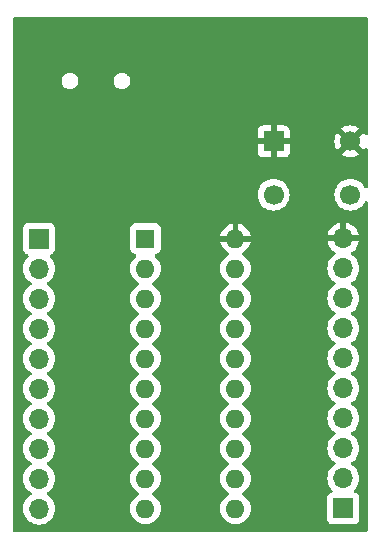
<source format=gbr>
%TF.GenerationSoftware,KiCad,Pcbnew,7.0.6-1.fc38*%
%TF.CreationDate,2023-08-09T19:30:43+03:00*%
%TF.ProjectId,msp430-breakout,6d737034-3330-42d6-9272-65616b6f7574,v.1.0*%
%TF.SameCoordinates,Original*%
%TF.FileFunction,Copper,L2,Bot*%
%TF.FilePolarity,Positive*%
%FSLAX46Y46*%
G04 Gerber Fmt 4.6, Leading zero omitted, Abs format (unit mm)*
G04 Created by KiCad (PCBNEW 7.0.6-1.fc38) date 2023-08-09 19:30:43*
%MOMM*%
%LPD*%
G01*
G04 APERTURE LIST*
%TA.AperFunction,ComponentPad*%
%ADD10O,1.700000X1.700000*%
%TD*%
%TA.AperFunction,ComponentPad*%
%ADD11R,1.700000X1.700000*%
%TD*%
%TA.AperFunction,ComponentPad*%
%ADD12O,1.600000X1.600000*%
%TD*%
%TA.AperFunction,ComponentPad*%
%ADD13R,1.600000X1.600000*%
%TD*%
%TA.AperFunction,ComponentPad*%
%ADD14C,1.700000*%
%TD*%
%TA.AperFunction,ViaPad*%
%ADD15C,0.700000*%
%TD*%
G04 APERTURE END LIST*
D10*
%TO.P,J2,10,Pin_10*%
%TO.N,GND*%
X98750000Y-52160000D03*
%TO.P,J2,9,Pin_9*%
%TO.N,/XIN*%
X98750000Y-54700000D03*
%TO.P,J2,8,Pin_8*%
%TO.N,/XOUT*%
X98750000Y-57240000D03*
%TO.P,J2,7,Pin_7*%
%TO.N,/TEST*%
X98750000Y-59780000D03*
%TO.P,J2,6,Pin_6*%
%TO.N,/RST*%
X98750000Y-62320000D03*
%TO.P,J2,5,Pin_5*%
%TO.N,/P1.7*%
X98750000Y-64860000D03*
%TO.P,J2,4,Pin_4*%
%TO.N,/P1.6*%
X98750000Y-67400000D03*
%TO.P,J2,3,Pin_3*%
%TO.N,/P2.5*%
X98750000Y-69940000D03*
%TO.P,J2,2,Pin_2*%
%TO.N,/P2.4*%
X98750000Y-72480000D03*
D11*
%TO.P,J2,1,Pin_1*%
%TO.N,/P2.3*%
X98750000Y-75020000D03*
%TD*%
D12*
%TO.P,U1,20,DVSS*%
%TO.N,GND*%
X89620000Y-52175000D03*
%TO.P,U1,19,P2.6/XIN/TA0.1*%
%TO.N,/XIN*%
X89620000Y-54715000D03*
%TO.P,U1,18,P2.7/XOUT*%
%TO.N,/XOUT*%
X89620000Y-57255000D03*
%TO.P,U1,17,TEST/SBWTCK*%
%TO.N,/TEST*%
X89620000Y-59795000D03*
%TO.P,U1,16,~{RST}/NMI/SBWTDIO*%
%TO.N,/RST*%
X89620000Y-62335000D03*
%TO.P,U1,15,TDO/TDI/UCB0SIMO/UCB0SDA/CAOUT/CA7/A7/P1.7*%
%TO.N,/P1.7*%
X89620000Y-64875000D03*
%TO.P,U1,14,TDI/TCLK/UCB0SOMI/UCB0SCL/TA0.1/CA6/A6/P1.6*%
%TO.N,/P1.6*%
X89620000Y-67415000D03*
%TO.P,U1,13,P2.5/TA1.2*%
%TO.N,/P2.5*%
X89620000Y-69955000D03*
%TO.P,U1,12,P2.4/TA1.2*%
%TO.N,/P2.4*%
X89620000Y-72495000D03*
%TO.P,U1,11,P2.3/TA1.0*%
%TO.N,/P2.3*%
X89620000Y-75035000D03*
%TO.P,U1,10,P2.2/TA1.1*%
%TO.N,/P2.2*%
X82000000Y-75035000D03*
%TO.P,U1,9,P2.1/TA1.1*%
%TO.N,/P2.1*%
X82000000Y-72495000D03*
%TO.P,U1,8,P2.0/TA1.0*%
%TO.N,/P2.0*%
X82000000Y-69955000D03*
%TO.P,U1,7,TMS/UCB0CLK/UCA0STE/TA0.0/CA5/A5/P1.5*%
%TO.N,/P1.5*%
X82000000Y-67415000D03*
%TO.P,U1,6,TCK/SMCLK/UCB0STE/UCA0CLK/VREF+/VeREF+/CA4/A4/P1.4*%
%TO.N,/P1.4*%
X82000000Y-64875000D03*
%TO.P,U1,5,CAOUT/VREF-/VeREF-/CA3/A3/P1.3*%
%TO.N,/P1.3*%
X82000000Y-62335000D03*
%TO.P,U1,4,UCA0TXD/UCA0SIMO/TA0.1/CA2/A2/P1.2*%
%TO.N,/P1.2*%
X82000000Y-59795000D03*
%TO.P,U1,3,UCA0RXD/UCA0SOMI/TA0.0/CA1/A1/P1.1*%
%TO.N,/P1.1*%
X82000000Y-57255000D03*
%TO.P,U1,2,TA0CLK/ACLK/CA0/A0/P1.0*%
%TO.N,/P1.0*%
X82000000Y-54715000D03*
D13*
%TO.P,U1,1,DVCC*%
%TO.N,+3.3V*%
X82000000Y-52175000D03*
%TD*%
D14*
%TO.P,SW1,2,2*%
%TO.N,/RST*%
X92850000Y-48450000D03*
X99350000Y-48450000D03*
D11*
%TO.P,SW1,1,1*%
%TO.N,GND*%
X92850000Y-43950000D03*
D14*
X99350000Y-43950000D03*
%TD*%
D11*
%TO.P,J1,1,Pin_1*%
%TO.N,+3.3V*%
X73000000Y-52175000D03*
D10*
%TO.P,J1,2,Pin_2*%
%TO.N,/P1.0*%
X73000000Y-54715000D03*
%TO.P,J1,3,Pin_3*%
%TO.N,/P1.1*%
X73000000Y-57255000D03*
%TO.P,J1,4,Pin_4*%
%TO.N,/P1.2*%
X73000000Y-59795000D03*
%TO.P,J1,5,Pin_5*%
%TO.N,/P1.3*%
X73000000Y-62335000D03*
%TO.P,J1,6,Pin_6*%
%TO.N,/P1.4*%
X73000000Y-64875000D03*
%TO.P,J1,7,Pin_7*%
%TO.N,/P1.5*%
X73000000Y-67415000D03*
%TO.P,J1,8,Pin_8*%
%TO.N,/P2.0*%
X73000000Y-69955000D03*
%TO.P,J1,9,Pin_9*%
%TO.N,/P2.1*%
X73000000Y-72495000D03*
%TO.P,J1,10,Pin_10*%
%TO.N,/P2.2*%
X73000000Y-75035000D03*
%TD*%
D15*
%TO.N,GND*%
X77300000Y-46200000D03*
X91300000Y-42400000D03*
X88400000Y-42400000D03*
X85300000Y-34100000D03*
X88800000Y-48600000D03*
X81600000Y-43200000D03*
X80600000Y-35100000D03*
X74900000Y-35100000D03*
X76100000Y-43200000D03*
X72800000Y-46100000D03*
X74200000Y-43200000D03*
%TD*%
%TA.AperFunction,Conductor*%
%TO.N,GND*%
G36*
X100742539Y-33420185D02*
G01*
X100788294Y-33472989D01*
X100799500Y-33524500D01*
X100799500Y-43304763D01*
X100779815Y-43371802D01*
X100727011Y-43417557D01*
X100657853Y-43427501D01*
X100594297Y-43398476D01*
X100563118Y-43357168D01*
X100523600Y-43272423D01*
X100523599Y-43272421D01*
X100464925Y-43188626D01*
X100464925Y-43188625D01*
X99833076Y-43820475D01*
X99809493Y-43740156D01*
X99731761Y-43619202D01*
X99623100Y-43525048D01*
X99492315Y-43465320D01*
X99482532Y-43463913D01*
X100111373Y-42835073D01*
X100111373Y-42835072D01*
X100027583Y-42776402D01*
X100027579Y-42776400D01*
X99813492Y-42676570D01*
X99813483Y-42676566D01*
X99585326Y-42615432D01*
X99585315Y-42615430D01*
X99350002Y-42594843D01*
X99349998Y-42594843D01*
X99114684Y-42615430D01*
X99114673Y-42615432D01*
X98886516Y-42676566D01*
X98886507Y-42676570D01*
X98672419Y-42776401D01*
X98588625Y-42835072D01*
X98588625Y-42835073D01*
X99217465Y-43463913D01*
X99207685Y-43465320D01*
X99076900Y-43525048D01*
X98968239Y-43619202D01*
X98890507Y-43740156D01*
X98866923Y-43820476D01*
X98235072Y-43188625D01*
X98176401Y-43272419D01*
X98076570Y-43486507D01*
X98076566Y-43486516D01*
X98015432Y-43714673D01*
X98015430Y-43714684D01*
X97994843Y-43949998D01*
X97994843Y-43950001D01*
X98015430Y-44185315D01*
X98015432Y-44185326D01*
X98076566Y-44413483D01*
X98076570Y-44413492D01*
X98176400Y-44627579D01*
X98176402Y-44627583D01*
X98235072Y-44711373D01*
X98235073Y-44711373D01*
X98866923Y-44079523D01*
X98890507Y-44159844D01*
X98968239Y-44280798D01*
X99076900Y-44374952D01*
X99207685Y-44434680D01*
X99217466Y-44436086D01*
X98588625Y-45064925D01*
X98672421Y-45123599D01*
X98886507Y-45223429D01*
X98886516Y-45223433D01*
X99114673Y-45284567D01*
X99114684Y-45284569D01*
X99349998Y-45305157D01*
X99350002Y-45305157D01*
X99585315Y-45284569D01*
X99585326Y-45284567D01*
X99813483Y-45223433D01*
X99813492Y-45223429D01*
X100027578Y-45123600D01*
X100027582Y-45123598D01*
X100111373Y-45064926D01*
X100111373Y-45064925D01*
X99482533Y-44436086D01*
X99492315Y-44434680D01*
X99623100Y-44374952D01*
X99731761Y-44280798D01*
X99809493Y-44159844D01*
X99833076Y-44079524D01*
X100464925Y-44711373D01*
X100464926Y-44711373D01*
X100523598Y-44627582D01*
X100523602Y-44627574D01*
X100563118Y-44542833D01*
X100609290Y-44490393D01*
X100676483Y-44471241D01*
X100743365Y-44491456D01*
X100788699Y-44544622D01*
X100799500Y-44595237D01*
X100799500Y-47803579D01*
X100779815Y-47870618D01*
X100727011Y-47916373D01*
X100657853Y-47926317D01*
X100594297Y-47897292D01*
X100563118Y-47855984D01*
X100524035Y-47772171D01*
X100524034Y-47772169D01*
X100388494Y-47578597D01*
X100221402Y-47411506D01*
X100221395Y-47411501D01*
X100027834Y-47275967D01*
X100027830Y-47275965D01*
X100027828Y-47275964D01*
X99813663Y-47176097D01*
X99813659Y-47176096D01*
X99813655Y-47176094D01*
X99585413Y-47114938D01*
X99585403Y-47114936D01*
X99350001Y-47094341D01*
X99349999Y-47094341D01*
X99114596Y-47114936D01*
X99114586Y-47114938D01*
X98886344Y-47176094D01*
X98886335Y-47176098D01*
X98672171Y-47275964D01*
X98672169Y-47275965D01*
X98478597Y-47411505D01*
X98311505Y-47578597D01*
X98175965Y-47772169D01*
X98175964Y-47772171D01*
X98076098Y-47986335D01*
X98076094Y-47986344D01*
X98014938Y-48214586D01*
X98014936Y-48214596D01*
X97994341Y-48449999D01*
X97994341Y-48450000D01*
X98014936Y-48685403D01*
X98014938Y-48685413D01*
X98076094Y-48913655D01*
X98076096Y-48913659D01*
X98076097Y-48913663D01*
X98103498Y-48972424D01*
X98175965Y-49127830D01*
X98175967Y-49127834D01*
X98284281Y-49282521D01*
X98311505Y-49321401D01*
X98478599Y-49488495D01*
X98575384Y-49556265D01*
X98672165Y-49624032D01*
X98672167Y-49624033D01*
X98672170Y-49624035D01*
X98886337Y-49723903D01*
X99114592Y-49785063D01*
X99302918Y-49801539D01*
X99349999Y-49805659D01*
X99350000Y-49805659D01*
X99350001Y-49805659D01*
X99389234Y-49802226D01*
X99585408Y-49785063D01*
X99813663Y-49723903D01*
X100027830Y-49624035D01*
X100221401Y-49488495D01*
X100388495Y-49321401D01*
X100524035Y-49127830D01*
X100563118Y-49044015D01*
X100609290Y-48991576D01*
X100676483Y-48972424D01*
X100743365Y-48992640D01*
X100788699Y-49045805D01*
X100799500Y-49096420D01*
X100799500Y-76875500D01*
X100779815Y-76942539D01*
X100727011Y-76988294D01*
X100675500Y-76999500D01*
X70924500Y-76999500D01*
X70857461Y-76979815D01*
X70811706Y-76927011D01*
X70800500Y-76875500D01*
X70800500Y-75035000D01*
X71644341Y-75035000D01*
X71664936Y-75270403D01*
X71664938Y-75270413D01*
X71726094Y-75498655D01*
X71726096Y-75498659D01*
X71726097Y-75498663D01*
X71814262Y-75687732D01*
X71825965Y-75712830D01*
X71825967Y-75712834D01*
X71934281Y-75867521D01*
X71961505Y-75906401D01*
X72128599Y-76073495D01*
X72225384Y-76141264D01*
X72322165Y-76209032D01*
X72322167Y-76209033D01*
X72322170Y-76209035D01*
X72536337Y-76308903D01*
X72764592Y-76370063D01*
X72952918Y-76386539D01*
X72999999Y-76390659D01*
X73000000Y-76390659D01*
X73000001Y-76390659D01*
X73039234Y-76387226D01*
X73235408Y-76370063D01*
X73463663Y-76308903D01*
X73677830Y-76209035D01*
X73871401Y-76073495D01*
X74038495Y-75906401D01*
X74174035Y-75712830D01*
X74273903Y-75498663D01*
X74335063Y-75270408D01*
X74355659Y-75035001D01*
X80694532Y-75035001D01*
X80714364Y-75261686D01*
X80714366Y-75261697D01*
X80773258Y-75481488D01*
X80773261Y-75481497D01*
X80869431Y-75687732D01*
X80869432Y-75687734D01*
X80999954Y-75874141D01*
X81160858Y-76035045D01*
X81160861Y-76035047D01*
X81347266Y-76165568D01*
X81553504Y-76261739D01*
X81773308Y-76320635D01*
X81935230Y-76334801D01*
X81999998Y-76340468D01*
X82000000Y-76340468D01*
X82000002Y-76340468D01*
X82056673Y-76335509D01*
X82226692Y-76320635D01*
X82446496Y-76261739D01*
X82652734Y-76165568D01*
X82839139Y-76035047D01*
X83000047Y-75874139D01*
X83130568Y-75687734D01*
X83226739Y-75481496D01*
X83285635Y-75261692D01*
X83305468Y-75035001D01*
X88314532Y-75035001D01*
X88334364Y-75261686D01*
X88334366Y-75261697D01*
X88393258Y-75481488D01*
X88393261Y-75481497D01*
X88489431Y-75687732D01*
X88489432Y-75687734D01*
X88619954Y-75874141D01*
X88780858Y-76035045D01*
X88780861Y-76035047D01*
X88967266Y-76165568D01*
X89173504Y-76261739D01*
X89393308Y-76320635D01*
X89555230Y-76334801D01*
X89619998Y-76340468D01*
X89620000Y-76340468D01*
X89620002Y-76340468D01*
X89676673Y-76335509D01*
X89846692Y-76320635D01*
X90066496Y-76261739D01*
X90272734Y-76165568D01*
X90459139Y-76035047D01*
X90620047Y-75874139D01*
X90750568Y-75687734D01*
X90846739Y-75481496D01*
X90905635Y-75261692D01*
X90925468Y-75035000D01*
X90905635Y-74808308D01*
X90846739Y-74588504D01*
X90750568Y-74382266D01*
X90620047Y-74195861D01*
X90620045Y-74195858D01*
X90459141Y-74034954D01*
X90272734Y-73904432D01*
X90272728Y-73904429D01*
X90214725Y-73877382D01*
X90162285Y-73831210D01*
X90143133Y-73764017D01*
X90163348Y-73697135D01*
X90214725Y-73652618D01*
X90272734Y-73625568D01*
X90459139Y-73495047D01*
X90620047Y-73334139D01*
X90750568Y-73147734D01*
X90846739Y-72941496D01*
X90905635Y-72721692D01*
X90925468Y-72495000D01*
X90924156Y-72480000D01*
X97394341Y-72480000D01*
X97414936Y-72715403D01*
X97414938Y-72715413D01*
X97476094Y-72943655D01*
X97476096Y-72943659D01*
X97476097Y-72943663D01*
X97571256Y-73147732D01*
X97575965Y-73157830D01*
X97575967Y-73157834D01*
X97684281Y-73312521D01*
X97711501Y-73351396D01*
X97711506Y-73351402D01*
X97833430Y-73473326D01*
X97866915Y-73534649D01*
X97861931Y-73604341D01*
X97820059Y-73660274D01*
X97789083Y-73677189D01*
X97657669Y-73726203D01*
X97657664Y-73726206D01*
X97542455Y-73812452D01*
X97542452Y-73812455D01*
X97456206Y-73927664D01*
X97456202Y-73927671D01*
X97405908Y-74062517D01*
X97399501Y-74122116D01*
X97399501Y-74122123D01*
X97399500Y-74122135D01*
X97399500Y-75917870D01*
X97399501Y-75917876D01*
X97405908Y-75977483D01*
X97456202Y-76112328D01*
X97456206Y-76112335D01*
X97542452Y-76227544D01*
X97542455Y-76227547D01*
X97657664Y-76313793D01*
X97657671Y-76313797D01*
X97792517Y-76364091D01*
X97792516Y-76364091D01*
X97799444Y-76364835D01*
X97852127Y-76370500D01*
X99647872Y-76370499D01*
X99707483Y-76364091D01*
X99842331Y-76313796D01*
X99957546Y-76227546D01*
X100043796Y-76112331D01*
X100094091Y-75977483D01*
X100100500Y-75917873D01*
X100100499Y-74122128D01*
X100094091Y-74062517D01*
X100083810Y-74034953D01*
X100043797Y-73927671D01*
X100043793Y-73927664D01*
X99957547Y-73812455D01*
X99957544Y-73812452D01*
X99842335Y-73726206D01*
X99842328Y-73726202D01*
X99710917Y-73677189D01*
X99654983Y-73635318D01*
X99630566Y-73569853D01*
X99645418Y-73501580D01*
X99666563Y-73473332D01*
X99788495Y-73351401D01*
X99924035Y-73157830D01*
X100023903Y-72943663D01*
X100085063Y-72715408D01*
X100105659Y-72480000D01*
X100085063Y-72244592D01*
X100032522Y-72048504D01*
X100023905Y-72016344D01*
X100023904Y-72016343D01*
X100023903Y-72016337D01*
X99924035Y-71802171D01*
X99788495Y-71608599D01*
X99788494Y-71608597D01*
X99621402Y-71441506D01*
X99621396Y-71441501D01*
X99435842Y-71311575D01*
X99392217Y-71256998D01*
X99385023Y-71187500D01*
X99416546Y-71125145D01*
X99435842Y-71108425D01*
X99468486Y-71085567D01*
X99621401Y-70978495D01*
X99788495Y-70811401D01*
X99924035Y-70617830D01*
X100023903Y-70403663D01*
X100085063Y-70175408D01*
X100105659Y-69940000D01*
X100085063Y-69704592D01*
X100032522Y-69508504D01*
X100023905Y-69476344D01*
X100023904Y-69476343D01*
X100023903Y-69476337D01*
X99924035Y-69262171D01*
X99788495Y-69068599D01*
X99788494Y-69068597D01*
X99621402Y-68901506D01*
X99621396Y-68901501D01*
X99435842Y-68771575D01*
X99392217Y-68716998D01*
X99385023Y-68647500D01*
X99416546Y-68585145D01*
X99435842Y-68568425D01*
X99468486Y-68545567D01*
X99621401Y-68438495D01*
X99788495Y-68271401D01*
X99924035Y-68077830D01*
X100023903Y-67863663D01*
X100085063Y-67635408D01*
X100105659Y-67400000D01*
X100085063Y-67164592D01*
X100032522Y-66968504D01*
X100023905Y-66936344D01*
X100023904Y-66936343D01*
X100023903Y-66936337D01*
X99924035Y-66722171D01*
X99788495Y-66528599D01*
X99788494Y-66528597D01*
X99621402Y-66361506D01*
X99621396Y-66361501D01*
X99435842Y-66231575D01*
X99392217Y-66176998D01*
X99385023Y-66107500D01*
X99416546Y-66045145D01*
X99435842Y-66028425D01*
X99468488Y-66005566D01*
X99621401Y-65898495D01*
X99788495Y-65731401D01*
X99924035Y-65537830D01*
X100023903Y-65323663D01*
X100085063Y-65095408D01*
X100105659Y-64860000D01*
X100085063Y-64624592D01*
X100032522Y-64428504D01*
X100023905Y-64396344D01*
X100023904Y-64396343D01*
X100023903Y-64396337D01*
X99924035Y-64182171D01*
X99788495Y-63988599D01*
X99788494Y-63988597D01*
X99621402Y-63821506D01*
X99621396Y-63821501D01*
X99435842Y-63691575D01*
X99392217Y-63636998D01*
X99385023Y-63567500D01*
X99416546Y-63505145D01*
X99435842Y-63488425D01*
X99468488Y-63465566D01*
X99621401Y-63358495D01*
X99788495Y-63191401D01*
X99924035Y-62997830D01*
X100023903Y-62783663D01*
X100085063Y-62555408D01*
X100105659Y-62320000D01*
X100085063Y-62084592D01*
X100032522Y-61888504D01*
X100023905Y-61856344D01*
X100023904Y-61856343D01*
X100023903Y-61856337D01*
X99924035Y-61642171D01*
X99788495Y-61448599D01*
X99788494Y-61448597D01*
X99621402Y-61281506D01*
X99621396Y-61281501D01*
X99435842Y-61151575D01*
X99392217Y-61096998D01*
X99385023Y-61027500D01*
X99416546Y-60965145D01*
X99435842Y-60948425D01*
X99468486Y-60925567D01*
X99621401Y-60818495D01*
X99788495Y-60651401D01*
X99924035Y-60457830D01*
X100023903Y-60243663D01*
X100085063Y-60015408D01*
X100105659Y-59780000D01*
X100085063Y-59544592D01*
X100032522Y-59348504D01*
X100023905Y-59316344D01*
X100023904Y-59316343D01*
X100023903Y-59316337D01*
X99924035Y-59102171D01*
X99788495Y-58908599D01*
X99788494Y-58908597D01*
X99621402Y-58741506D01*
X99621396Y-58741501D01*
X99435842Y-58611575D01*
X99392217Y-58556998D01*
X99385023Y-58487500D01*
X99416546Y-58425145D01*
X99435842Y-58408425D01*
X99468486Y-58385567D01*
X99621401Y-58278495D01*
X99788495Y-58111401D01*
X99924035Y-57917830D01*
X100023903Y-57703663D01*
X100085063Y-57475408D01*
X100105659Y-57240000D01*
X100085063Y-57004592D01*
X100032522Y-56808504D01*
X100023905Y-56776344D01*
X100023904Y-56776343D01*
X100023903Y-56776337D01*
X99924035Y-56562171D01*
X99788495Y-56368599D01*
X99788494Y-56368597D01*
X99621402Y-56201506D01*
X99621396Y-56201501D01*
X99435842Y-56071575D01*
X99392217Y-56016998D01*
X99385023Y-55947500D01*
X99416546Y-55885145D01*
X99435842Y-55868425D01*
X99468486Y-55845567D01*
X99621401Y-55738495D01*
X99788495Y-55571401D01*
X99924035Y-55377830D01*
X100023903Y-55163663D01*
X100085063Y-54935408D01*
X100105659Y-54700000D01*
X100085063Y-54464592D01*
X100032522Y-54268504D01*
X100023905Y-54236344D01*
X100023904Y-54236343D01*
X100023903Y-54236337D01*
X99924035Y-54022171D01*
X99788495Y-53828599D01*
X99788494Y-53828597D01*
X99621402Y-53661506D01*
X99621401Y-53661505D01*
X99435405Y-53531269D01*
X99391781Y-53476692D01*
X99384588Y-53407193D01*
X99416110Y-53344839D01*
X99435405Y-53328119D01*
X99621082Y-53198105D01*
X99788105Y-53031082D01*
X99923600Y-52837578D01*
X100023429Y-52623492D01*
X100023432Y-52623486D01*
X100080636Y-52410000D01*
X99183686Y-52410000D01*
X99209493Y-52369844D01*
X99250000Y-52231889D01*
X99250000Y-52088111D01*
X99209493Y-51950156D01*
X99183686Y-51910000D01*
X100080636Y-51910000D01*
X100080635Y-51909999D01*
X100023432Y-51696513D01*
X100023429Y-51696507D01*
X99923600Y-51482422D01*
X99923599Y-51482420D01*
X99788113Y-51288926D01*
X99788108Y-51288920D01*
X99621082Y-51121894D01*
X99427578Y-50986399D01*
X99213492Y-50886570D01*
X99213486Y-50886567D01*
X99000000Y-50829364D01*
X99000000Y-51724498D01*
X98892315Y-51675320D01*
X98785763Y-51660000D01*
X98714237Y-51660000D01*
X98607685Y-51675320D01*
X98500000Y-51724498D01*
X98500000Y-50829364D01*
X98499999Y-50829364D01*
X98286513Y-50886567D01*
X98286507Y-50886570D01*
X98072422Y-50986399D01*
X98072420Y-50986400D01*
X97878926Y-51121886D01*
X97878920Y-51121891D01*
X97711891Y-51288920D01*
X97711886Y-51288926D01*
X97576400Y-51482420D01*
X97576399Y-51482422D01*
X97476570Y-51696507D01*
X97476567Y-51696513D01*
X97419364Y-51909999D01*
X97419364Y-51910000D01*
X98316314Y-51910000D01*
X98290507Y-51950156D01*
X98250000Y-52088111D01*
X98250000Y-52231889D01*
X98290507Y-52369844D01*
X98316314Y-52410000D01*
X97419364Y-52410000D01*
X97476567Y-52623486D01*
X97476570Y-52623492D01*
X97576399Y-52837578D01*
X97711894Y-53031082D01*
X97878917Y-53198105D01*
X98064595Y-53328119D01*
X98108219Y-53382696D01*
X98115412Y-53452195D01*
X98083890Y-53514549D01*
X98064595Y-53531269D01*
X97878594Y-53661508D01*
X97711505Y-53828597D01*
X97575965Y-54022169D01*
X97575964Y-54022171D01*
X97476098Y-54236335D01*
X97476094Y-54236344D01*
X97414938Y-54464586D01*
X97414936Y-54464596D01*
X97394341Y-54699999D01*
X97394341Y-54700000D01*
X97414936Y-54935403D01*
X97414938Y-54935413D01*
X97476094Y-55163655D01*
X97476096Y-55163659D01*
X97476097Y-55163663D01*
X97571256Y-55367732D01*
X97575965Y-55377830D01*
X97575967Y-55377834D01*
X97684281Y-55532521D01*
X97699419Y-55554141D01*
X97711501Y-55571395D01*
X97711506Y-55571402D01*
X97878597Y-55738493D01*
X97878603Y-55738498D01*
X98064158Y-55868425D01*
X98107783Y-55923002D01*
X98114977Y-55992500D01*
X98083454Y-56054855D01*
X98064158Y-56071575D01*
X97878597Y-56201505D01*
X97711505Y-56368597D01*
X97575965Y-56562169D01*
X97575964Y-56562171D01*
X97476098Y-56776335D01*
X97476094Y-56776344D01*
X97414938Y-57004586D01*
X97414936Y-57004596D01*
X97394341Y-57239999D01*
X97394341Y-57240000D01*
X97414936Y-57475403D01*
X97414938Y-57475413D01*
X97476094Y-57703655D01*
X97476096Y-57703659D01*
X97476097Y-57703663D01*
X97571256Y-57907732D01*
X97575965Y-57917830D01*
X97575967Y-57917834D01*
X97684281Y-58072521D01*
X97699419Y-58094141D01*
X97711501Y-58111395D01*
X97711506Y-58111402D01*
X97878597Y-58278493D01*
X97878603Y-58278498D01*
X98064158Y-58408425D01*
X98107783Y-58463002D01*
X98114977Y-58532500D01*
X98083454Y-58594855D01*
X98064158Y-58611575D01*
X97878597Y-58741505D01*
X97711505Y-58908597D01*
X97575965Y-59102169D01*
X97575964Y-59102171D01*
X97476098Y-59316335D01*
X97476094Y-59316344D01*
X97414938Y-59544586D01*
X97414936Y-59544596D01*
X97394341Y-59779999D01*
X97394341Y-59780000D01*
X97414936Y-60015403D01*
X97414938Y-60015413D01*
X97476094Y-60243655D01*
X97476096Y-60243659D01*
X97476097Y-60243663D01*
X97571256Y-60447732D01*
X97575965Y-60457830D01*
X97575967Y-60457834D01*
X97684281Y-60612521D01*
X97699419Y-60634141D01*
X97711501Y-60651395D01*
X97711506Y-60651402D01*
X97878597Y-60818493D01*
X97878603Y-60818498D01*
X98064158Y-60948425D01*
X98107783Y-61003002D01*
X98114977Y-61072500D01*
X98083454Y-61134855D01*
X98064158Y-61151575D01*
X97878597Y-61281505D01*
X97711505Y-61448597D01*
X97575965Y-61642169D01*
X97575964Y-61642171D01*
X97476098Y-61856335D01*
X97476094Y-61856344D01*
X97414938Y-62084586D01*
X97414936Y-62084596D01*
X97394341Y-62319999D01*
X97394341Y-62320000D01*
X97414936Y-62555403D01*
X97414938Y-62555413D01*
X97476094Y-62783655D01*
X97476096Y-62783659D01*
X97476097Y-62783663D01*
X97571256Y-62987732D01*
X97575965Y-62997830D01*
X97575967Y-62997834D01*
X97684281Y-63152521D01*
X97699419Y-63174141D01*
X97711501Y-63191395D01*
X97711506Y-63191402D01*
X97878597Y-63358493D01*
X97878603Y-63358498D01*
X98064158Y-63488425D01*
X98107783Y-63543002D01*
X98114977Y-63612500D01*
X98083454Y-63674855D01*
X98064158Y-63691575D01*
X97878597Y-63821505D01*
X97711505Y-63988597D01*
X97575965Y-64182169D01*
X97575964Y-64182171D01*
X97476098Y-64396335D01*
X97476094Y-64396344D01*
X97414938Y-64624586D01*
X97414936Y-64624596D01*
X97394341Y-64859999D01*
X97394341Y-64860000D01*
X97414936Y-65095403D01*
X97414938Y-65095413D01*
X97476094Y-65323655D01*
X97476096Y-65323659D01*
X97476097Y-65323663D01*
X97571256Y-65527732D01*
X97575965Y-65537830D01*
X97575967Y-65537834D01*
X97684281Y-65692521D01*
X97699419Y-65714141D01*
X97711501Y-65731395D01*
X97711506Y-65731402D01*
X97878597Y-65898493D01*
X97878603Y-65898498D01*
X98064158Y-66028425D01*
X98107783Y-66083002D01*
X98114977Y-66152500D01*
X98083454Y-66214855D01*
X98064158Y-66231575D01*
X97878597Y-66361505D01*
X97711505Y-66528597D01*
X97575965Y-66722169D01*
X97575964Y-66722171D01*
X97476098Y-66936335D01*
X97476094Y-66936344D01*
X97414938Y-67164586D01*
X97414936Y-67164596D01*
X97394341Y-67399999D01*
X97394341Y-67400000D01*
X97414936Y-67635403D01*
X97414938Y-67635413D01*
X97476094Y-67863655D01*
X97476096Y-67863659D01*
X97476097Y-67863663D01*
X97571256Y-68067732D01*
X97575965Y-68077830D01*
X97575967Y-68077834D01*
X97684281Y-68232521D01*
X97699419Y-68254141D01*
X97711501Y-68271395D01*
X97711506Y-68271402D01*
X97878597Y-68438493D01*
X97878603Y-68438498D01*
X98064158Y-68568425D01*
X98107783Y-68623002D01*
X98114977Y-68692500D01*
X98083454Y-68754855D01*
X98064158Y-68771575D01*
X97878597Y-68901505D01*
X97711505Y-69068597D01*
X97575965Y-69262169D01*
X97575964Y-69262171D01*
X97476098Y-69476335D01*
X97476094Y-69476344D01*
X97414938Y-69704586D01*
X97414936Y-69704596D01*
X97394341Y-69939999D01*
X97394341Y-69940000D01*
X97414936Y-70175403D01*
X97414938Y-70175413D01*
X97476094Y-70403655D01*
X97476096Y-70403659D01*
X97476097Y-70403663D01*
X97571256Y-70607732D01*
X97575965Y-70617830D01*
X97575967Y-70617834D01*
X97684281Y-70772521D01*
X97699419Y-70794141D01*
X97711501Y-70811395D01*
X97711506Y-70811402D01*
X97878597Y-70978493D01*
X97878603Y-70978498D01*
X98064158Y-71108425D01*
X98107783Y-71163002D01*
X98114977Y-71232500D01*
X98083454Y-71294855D01*
X98064158Y-71311575D01*
X97878597Y-71441505D01*
X97711505Y-71608597D01*
X97575965Y-71802169D01*
X97575964Y-71802171D01*
X97476098Y-72016335D01*
X97476094Y-72016344D01*
X97414938Y-72244586D01*
X97414936Y-72244596D01*
X97394341Y-72479999D01*
X97394341Y-72480000D01*
X90924156Y-72480000D01*
X90905635Y-72268308D01*
X90846739Y-72048504D01*
X90750568Y-71842266D01*
X90620047Y-71655861D01*
X90620045Y-71655858D01*
X90459141Y-71494954D01*
X90272734Y-71364432D01*
X90272728Y-71364429D01*
X90214725Y-71337382D01*
X90162285Y-71291210D01*
X90143133Y-71224017D01*
X90163348Y-71157135D01*
X90214725Y-71112618D01*
X90223717Y-71108425D01*
X90272734Y-71085568D01*
X90459139Y-70955047D01*
X90620047Y-70794139D01*
X90750568Y-70607734D01*
X90846739Y-70401496D01*
X90905635Y-70181692D01*
X90925468Y-69955000D01*
X90905635Y-69728308D01*
X90846739Y-69508504D01*
X90750568Y-69302266D01*
X90620047Y-69115861D01*
X90620045Y-69115858D01*
X90459141Y-68954954D01*
X90272734Y-68824432D01*
X90272728Y-68824429D01*
X90214725Y-68797382D01*
X90162285Y-68751210D01*
X90143133Y-68684017D01*
X90163348Y-68617135D01*
X90214725Y-68572618D01*
X90223717Y-68568425D01*
X90272734Y-68545568D01*
X90459139Y-68415047D01*
X90620047Y-68254139D01*
X90750568Y-68067734D01*
X90846739Y-67861496D01*
X90905635Y-67641692D01*
X90925468Y-67415000D01*
X90905635Y-67188308D01*
X90846739Y-66968504D01*
X90750568Y-66762266D01*
X90620047Y-66575861D01*
X90620045Y-66575858D01*
X90459141Y-66414954D01*
X90272735Y-66284433D01*
X90272736Y-66284433D01*
X90272734Y-66284432D01*
X90214722Y-66257380D01*
X90162284Y-66211208D01*
X90143133Y-66144014D01*
X90163349Y-66077133D01*
X90214721Y-66032619D01*
X90272734Y-66005568D01*
X90459139Y-65875047D01*
X90620047Y-65714139D01*
X90750568Y-65527734D01*
X90846739Y-65321496D01*
X90905635Y-65101692D01*
X90925468Y-64875000D01*
X90905635Y-64648308D01*
X90846739Y-64428504D01*
X90750568Y-64222266D01*
X90620047Y-64035861D01*
X90620045Y-64035858D01*
X90459141Y-63874954D01*
X90272734Y-63744432D01*
X90272728Y-63744429D01*
X90214725Y-63717382D01*
X90162285Y-63671210D01*
X90143133Y-63604017D01*
X90163348Y-63537135D01*
X90214725Y-63492618D01*
X90272734Y-63465568D01*
X90459139Y-63335047D01*
X90620047Y-63174139D01*
X90750568Y-62987734D01*
X90846739Y-62781496D01*
X90905635Y-62561692D01*
X90925468Y-62335000D01*
X90905635Y-62108308D01*
X90846739Y-61888504D01*
X90750568Y-61682266D01*
X90620047Y-61495861D01*
X90620045Y-61495858D01*
X90459141Y-61334954D01*
X90272734Y-61204432D01*
X90272728Y-61204429D01*
X90214725Y-61177382D01*
X90162285Y-61131210D01*
X90143133Y-61064017D01*
X90163348Y-60997135D01*
X90214725Y-60952618D01*
X90272734Y-60925568D01*
X90459139Y-60795047D01*
X90620047Y-60634139D01*
X90750568Y-60447734D01*
X90846739Y-60241496D01*
X90905635Y-60021692D01*
X90925468Y-59795000D01*
X90905635Y-59568308D01*
X90846739Y-59348504D01*
X90750568Y-59142266D01*
X90620047Y-58955861D01*
X90620045Y-58955858D01*
X90459141Y-58794954D01*
X90272734Y-58664432D01*
X90272728Y-58664429D01*
X90214725Y-58637382D01*
X90162285Y-58591210D01*
X90143133Y-58524017D01*
X90163348Y-58457135D01*
X90214725Y-58412618D01*
X90223717Y-58408425D01*
X90272734Y-58385568D01*
X90459139Y-58255047D01*
X90620047Y-58094139D01*
X90750568Y-57907734D01*
X90846739Y-57701496D01*
X90905635Y-57481692D01*
X90925468Y-57255000D01*
X90905635Y-57028308D01*
X90846739Y-56808504D01*
X90750568Y-56602266D01*
X90620047Y-56415861D01*
X90620045Y-56415858D01*
X90459141Y-56254954D01*
X90272734Y-56124432D01*
X90272728Y-56124429D01*
X90214725Y-56097382D01*
X90162285Y-56051210D01*
X90143133Y-55984017D01*
X90163348Y-55917135D01*
X90214725Y-55872618D01*
X90223717Y-55868425D01*
X90272734Y-55845568D01*
X90459139Y-55715047D01*
X90620047Y-55554139D01*
X90750568Y-55367734D01*
X90846739Y-55161496D01*
X90905635Y-54941692D01*
X90925468Y-54715000D01*
X90905635Y-54488308D01*
X90846739Y-54268504D01*
X90750568Y-54062266D01*
X90620047Y-53875861D01*
X90620045Y-53875858D01*
X90459141Y-53714954D01*
X90272734Y-53584432D01*
X90272732Y-53584431D01*
X90249612Y-53573650D01*
X90214132Y-53557105D01*
X90161694Y-53510934D01*
X90142542Y-53443740D01*
X90162758Y-53376859D01*
X90214134Y-53332341D01*
X90272484Y-53305132D01*
X90458820Y-53174657D01*
X90619657Y-53013820D01*
X90750134Y-52827482D01*
X90846265Y-52621326D01*
X90846269Y-52621317D01*
X90898872Y-52425000D01*
X89935686Y-52425000D01*
X89947641Y-52413045D01*
X90005165Y-52300148D01*
X90024986Y-52175000D01*
X90005165Y-52049852D01*
X89947641Y-51936955D01*
X89935686Y-51925000D01*
X90898872Y-51925000D01*
X90898872Y-51924999D01*
X90846269Y-51728682D01*
X90846265Y-51728673D01*
X90750134Y-51522517D01*
X90619657Y-51336179D01*
X90458820Y-51175342D01*
X90272482Y-51044865D01*
X90066328Y-50948734D01*
X89870000Y-50896127D01*
X89870000Y-51859314D01*
X89858045Y-51847359D01*
X89745148Y-51789835D01*
X89651481Y-51775000D01*
X89588519Y-51775000D01*
X89494852Y-51789835D01*
X89381955Y-51847359D01*
X89370000Y-51859314D01*
X89370000Y-50896127D01*
X89173671Y-50948734D01*
X88967517Y-51044865D01*
X88781179Y-51175342D01*
X88620342Y-51336179D01*
X88489865Y-51522517D01*
X88393734Y-51728673D01*
X88393730Y-51728682D01*
X88341127Y-51924999D01*
X88341128Y-51925000D01*
X89304314Y-51925000D01*
X89292359Y-51936955D01*
X89234835Y-52049852D01*
X89215014Y-52175000D01*
X89234835Y-52300148D01*
X89292359Y-52413045D01*
X89304314Y-52425000D01*
X88341128Y-52425000D01*
X88393730Y-52621317D01*
X88393734Y-52621326D01*
X88489865Y-52827482D01*
X88620342Y-53013820D01*
X88781179Y-53174657D01*
X88967518Y-53305134D01*
X88967520Y-53305135D01*
X89025865Y-53332342D01*
X89078305Y-53378514D01*
X89097457Y-53445707D01*
X89077242Y-53512589D01*
X89025867Y-53557105D01*
X88990388Y-53573650D01*
X88967264Y-53584433D01*
X88780858Y-53714954D01*
X88619954Y-53875858D01*
X88489432Y-54062265D01*
X88489431Y-54062267D01*
X88393261Y-54268502D01*
X88393258Y-54268511D01*
X88334366Y-54488302D01*
X88334364Y-54488313D01*
X88314532Y-54714998D01*
X88314532Y-54715001D01*
X88334364Y-54941686D01*
X88334366Y-54941697D01*
X88393258Y-55161488D01*
X88393261Y-55161497D01*
X88489431Y-55367732D01*
X88489432Y-55367734D01*
X88619954Y-55554141D01*
X88780858Y-55715045D01*
X88814353Y-55738498D01*
X88967266Y-55845568D01*
X89016283Y-55868425D01*
X89025275Y-55872618D01*
X89077714Y-55918791D01*
X89096866Y-55985984D01*
X89076650Y-56052865D01*
X89025275Y-56097382D01*
X88967267Y-56124431D01*
X88967265Y-56124432D01*
X88780858Y-56254954D01*
X88619954Y-56415858D01*
X88489432Y-56602265D01*
X88489431Y-56602267D01*
X88393261Y-56808502D01*
X88393258Y-56808511D01*
X88334366Y-57028302D01*
X88334364Y-57028313D01*
X88314532Y-57254998D01*
X88314532Y-57255001D01*
X88334364Y-57481686D01*
X88334366Y-57481697D01*
X88393258Y-57701488D01*
X88393261Y-57701497D01*
X88489431Y-57907732D01*
X88489432Y-57907734D01*
X88619954Y-58094141D01*
X88780858Y-58255045D01*
X88814353Y-58278498D01*
X88967266Y-58385568D01*
X89016283Y-58408425D01*
X89025275Y-58412618D01*
X89077714Y-58458791D01*
X89096866Y-58525984D01*
X89076650Y-58592865D01*
X89025275Y-58637382D01*
X88967267Y-58664431D01*
X88967265Y-58664432D01*
X88780858Y-58794954D01*
X88619954Y-58955858D01*
X88489432Y-59142265D01*
X88489431Y-59142267D01*
X88393261Y-59348502D01*
X88393258Y-59348511D01*
X88334366Y-59568302D01*
X88334364Y-59568313D01*
X88314532Y-59794998D01*
X88314532Y-59795001D01*
X88334364Y-60021686D01*
X88334366Y-60021697D01*
X88393258Y-60241488D01*
X88393261Y-60241497D01*
X88489431Y-60447732D01*
X88489432Y-60447734D01*
X88619954Y-60634141D01*
X88780858Y-60795045D01*
X88814353Y-60818498D01*
X88967266Y-60925568D01*
X89025275Y-60952618D01*
X89077714Y-60998791D01*
X89096866Y-61065984D01*
X89076650Y-61132865D01*
X89025275Y-61177382D01*
X88967267Y-61204431D01*
X88967265Y-61204432D01*
X88780858Y-61334954D01*
X88619954Y-61495858D01*
X88489432Y-61682265D01*
X88489431Y-61682267D01*
X88393261Y-61888502D01*
X88393258Y-61888511D01*
X88334366Y-62108302D01*
X88334364Y-62108313D01*
X88314532Y-62334998D01*
X88314532Y-62335001D01*
X88334364Y-62561686D01*
X88334366Y-62561697D01*
X88393258Y-62781488D01*
X88393261Y-62781497D01*
X88489431Y-62987732D01*
X88489432Y-62987734D01*
X88619954Y-63174141D01*
X88780858Y-63335045D01*
X88814349Y-63358495D01*
X88967266Y-63465568D01*
X89025278Y-63492619D01*
X89077713Y-63538788D01*
X89096866Y-63605982D01*
X89076651Y-63672863D01*
X89025277Y-63717380D01*
X88967268Y-63744430D01*
X88967265Y-63744432D01*
X88780858Y-63874954D01*
X88619954Y-64035858D01*
X88489432Y-64222265D01*
X88489431Y-64222267D01*
X88393261Y-64428502D01*
X88393258Y-64428511D01*
X88334366Y-64648302D01*
X88334364Y-64648313D01*
X88314532Y-64874998D01*
X88314532Y-64875001D01*
X88334364Y-65101686D01*
X88334366Y-65101697D01*
X88393258Y-65321488D01*
X88393261Y-65321497D01*
X88489431Y-65527732D01*
X88489432Y-65527734D01*
X88619954Y-65714141D01*
X88780858Y-65875045D01*
X88814349Y-65898495D01*
X88967266Y-66005568D01*
X89025278Y-66032619D01*
X89077713Y-66078788D01*
X89096866Y-66145982D01*
X89076651Y-66212863D01*
X89025277Y-66257380D01*
X88967268Y-66284430D01*
X88967265Y-66284432D01*
X88780858Y-66414954D01*
X88619954Y-66575858D01*
X88489432Y-66762265D01*
X88489431Y-66762267D01*
X88393261Y-66968502D01*
X88393258Y-66968511D01*
X88334366Y-67188302D01*
X88334364Y-67188313D01*
X88314532Y-67414998D01*
X88314532Y-67415001D01*
X88334364Y-67641686D01*
X88334366Y-67641697D01*
X88393258Y-67861488D01*
X88393261Y-67861497D01*
X88489431Y-68067732D01*
X88489432Y-68067734D01*
X88619954Y-68254141D01*
X88780858Y-68415045D01*
X88814353Y-68438498D01*
X88967266Y-68545568D01*
X89016283Y-68568425D01*
X89025275Y-68572618D01*
X89077714Y-68618791D01*
X89096866Y-68685984D01*
X89076650Y-68752865D01*
X89025275Y-68797382D01*
X88967267Y-68824431D01*
X88967265Y-68824432D01*
X88780858Y-68954954D01*
X88619954Y-69115858D01*
X88489432Y-69302265D01*
X88489431Y-69302267D01*
X88393261Y-69508502D01*
X88393258Y-69508511D01*
X88334366Y-69728302D01*
X88334364Y-69728313D01*
X88314532Y-69954998D01*
X88314532Y-69955001D01*
X88334364Y-70181686D01*
X88334366Y-70181697D01*
X88393258Y-70401488D01*
X88393261Y-70401497D01*
X88489431Y-70607732D01*
X88489432Y-70607734D01*
X88619954Y-70794141D01*
X88780858Y-70955045D01*
X88814353Y-70978498D01*
X88967266Y-71085568D01*
X89016283Y-71108425D01*
X89025275Y-71112618D01*
X89077714Y-71158791D01*
X89096866Y-71225984D01*
X89076650Y-71292865D01*
X89025275Y-71337382D01*
X88967267Y-71364431D01*
X88967265Y-71364432D01*
X88780858Y-71494954D01*
X88619954Y-71655858D01*
X88489432Y-71842265D01*
X88489431Y-71842267D01*
X88393261Y-72048502D01*
X88393258Y-72048511D01*
X88334366Y-72268302D01*
X88334364Y-72268313D01*
X88314532Y-72494998D01*
X88314532Y-72495001D01*
X88334364Y-72721686D01*
X88334366Y-72721697D01*
X88393258Y-72941488D01*
X88393261Y-72941497D01*
X88489431Y-73147732D01*
X88489432Y-73147734D01*
X88619954Y-73334141D01*
X88780858Y-73495045D01*
X88827693Y-73527839D01*
X88967266Y-73625568D01*
X89025275Y-73652618D01*
X89077714Y-73698791D01*
X89096866Y-73765984D01*
X89076650Y-73832865D01*
X89025275Y-73877382D01*
X88967267Y-73904431D01*
X88967265Y-73904432D01*
X88780858Y-74034954D01*
X88619954Y-74195858D01*
X88489432Y-74382265D01*
X88489431Y-74382267D01*
X88393261Y-74588502D01*
X88393258Y-74588511D01*
X88334366Y-74808302D01*
X88334364Y-74808313D01*
X88314532Y-75034998D01*
X88314532Y-75035001D01*
X83305468Y-75035001D01*
X83305468Y-75035000D01*
X83285635Y-74808308D01*
X83226739Y-74588504D01*
X83130568Y-74382266D01*
X83000047Y-74195861D01*
X83000045Y-74195858D01*
X82839141Y-74034954D01*
X82652734Y-73904432D01*
X82652728Y-73904429D01*
X82594725Y-73877382D01*
X82542285Y-73831210D01*
X82523133Y-73764017D01*
X82543348Y-73697135D01*
X82594725Y-73652618D01*
X82652734Y-73625568D01*
X82839139Y-73495047D01*
X83000047Y-73334139D01*
X83130568Y-73147734D01*
X83226739Y-72941496D01*
X83285635Y-72721692D01*
X83305468Y-72495000D01*
X83285635Y-72268308D01*
X83226739Y-72048504D01*
X83130568Y-71842266D01*
X83000047Y-71655861D01*
X83000045Y-71655858D01*
X82839141Y-71494954D01*
X82652734Y-71364432D01*
X82652728Y-71364429D01*
X82594725Y-71337382D01*
X82542285Y-71291210D01*
X82523133Y-71224017D01*
X82543348Y-71157135D01*
X82594725Y-71112618D01*
X82603717Y-71108425D01*
X82652734Y-71085568D01*
X82839139Y-70955047D01*
X83000047Y-70794139D01*
X83130568Y-70607734D01*
X83226739Y-70401496D01*
X83285635Y-70181692D01*
X83305468Y-69955000D01*
X83285635Y-69728308D01*
X83226739Y-69508504D01*
X83130568Y-69302266D01*
X83000047Y-69115861D01*
X83000045Y-69115858D01*
X82839141Y-68954954D01*
X82652734Y-68824432D01*
X82652728Y-68824429D01*
X82594725Y-68797382D01*
X82542285Y-68751210D01*
X82523133Y-68684017D01*
X82543348Y-68617135D01*
X82594725Y-68572618D01*
X82603717Y-68568425D01*
X82652734Y-68545568D01*
X82839139Y-68415047D01*
X83000047Y-68254139D01*
X83130568Y-68067734D01*
X83226739Y-67861496D01*
X83285635Y-67641692D01*
X83305468Y-67415000D01*
X83285635Y-67188308D01*
X83226739Y-66968504D01*
X83130568Y-66762266D01*
X83000047Y-66575861D01*
X83000045Y-66575858D01*
X82839141Y-66414954D01*
X82652735Y-66284433D01*
X82652736Y-66284433D01*
X82652734Y-66284432D01*
X82594722Y-66257380D01*
X82542284Y-66211208D01*
X82523133Y-66144014D01*
X82543349Y-66077133D01*
X82594721Y-66032619D01*
X82652734Y-66005568D01*
X82839139Y-65875047D01*
X83000047Y-65714139D01*
X83130568Y-65527734D01*
X83226739Y-65321496D01*
X83285635Y-65101692D01*
X83305468Y-64875000D01*
X83285635Y-64648308D01*
X83226739Y-64428504D01*
X83130568Y-64222266D01*
X83000047Y-64035861D01*
X83000045Y-64035858D01*
X82839141Y-63874954D01*
X82652735Y-63744433D01*
X82652736Y-63744433D01*
X82652734Y-63744432D01*
X82594722Y-63717380D01*
X82542284Y-63671208D01*
X82523133Y-63604014D01*
X82543349Y-63537133D01*
X82594721Y-63492619D01*
X82652734Y-63465568D01*
X82839139Y-63335047D01*
X83000047Y-63174139D01*
X83130568Y-62987734D01*
X83226739Y-62781496D01*
X83285635Y-62561692D01*
X83305468Y-62335000D01*
X83285635Y-62108308D01*
X83226739Y-61888504D01*
X83130568Y-61682266D01*
X83000047Y-61495861D01*
X83000045Y-61495858D01*
X82839141Y-61334954D01*
X82652735Y-61204433D01*
X82652736Y-61204433D01*
X82652734Y-61204432D01*
X82594722Y-61177380D01*
X82542284Y-61131208D01*
X82523133Y-61064014D01*
X82543349Y-60997133D01*
X82594721Y-60952619D01*
X82652734Y-60925568D01*
X82839139Y-60795047D01*
X83000047Y-60634139D01*
X83130568Y-60447734D01*
X83226739Y-60241496D01*
X83285635Y-60021692D01*
X83305468Y-59795000D01*
X83285635Y-59568308D01*
X83226739Y-59348504D01*
X83130568Y-59142266D01*
X83000047Y-58955861D01*
X83000045Y-58955858D01*
X82839141Y-58794954D01*
X82652734Y-58664432D01*
X82652728Y-58664429D01*
X82594725Y-58637382D01*
X82542285Y-58591210D01*
X82523133Y-58524017D01*
X82543348Y-58457135D01*
X82594725Y-58412618D01*
X82603717Y-58408425D01*
X82652734Y-58385568D01*
X82839139Y-58255047D01*
X83000047Y-58094139D01*
X83130568Y-57907734D01*
X83226739Y-57701496D01*
X83285635Y-57481692D01*
X83305468Y-57255000D01*
X83285635Y-57028308D01*
X83226739Y-56808504D01*
X83130568Y-56602266D01*
X83000047Y-56415861D01*
X83000045Y-56415858D01*
X82839141Y-56254954D01*
X82652734Y-56124432D01*
X82652728Y-56124429D01*
X82594725Y-56097382D01*
X82542285Y-56051210D01*
X82523133Y-55984017D01*
X82543348Y-55917135D01*
X82594725Y-55872618D01*
X82603717Y-55868425D01*
X82652734Y-55845568D01*
X82839139Y-55715047D01*
X83000047Y-55554139D01*
X83130568Y-55367734D01*
X83226739Y-55161496D01*
X83285635Y-54941692D01*
X83305468Y-54715000D01*
X83285635Y-54488308D01*
X83226739Y-54268504D01*
X83130568Y-54062266D01*
X83000047Y-53875861D01*
X83000045Y-53875858D01*
X82839143Y-53714956D01*
X82814536Y-53697726D01*
X82770912Y-53643149D01*
X82763719Y-53573650D01*
X82795241Y-53511296D01*
X82855471Y-53475882D01*
X82872404Y-53472861D01*
X82907483Y-53469091D01*
X83042331Y-53418796D01*
X83157546Y-53332546D01*
X83243796Y-53217331D01*
X83294091Y-53082483D01*
X83300500Y-53022873D01*
X83300499Y-51327128D01*
X83294091Y-51267517D01*
X83275442Y-51217517D01*
X83243797Y-51132671D01*
X83243793Y-51132664D01*
X83157547Y-51017455D01*
X83157544Y-51017452D01*
X83042335Y-50931206D01*
X83042328Y-50931202D01*
X82907482Y-50880908D01*
X82907483Y-50880908D01*
X82847883Y-50874501D01*
X82847881Y-50874500D01*
X82847873Y-50874500D01*
X82847864Y-50874500D01*
X81152129Y-50874500D01*
X81152123Y-50874501D01*
X81092516Y-50880908D01*
X80957671Y-50931202D01*
X80957664Y-50931206D01*
X80842455Y-51017452D01*
X80842452Y-51017455D01*
X80756206Y-51132664D01*
X80756202Y-51132671D01*
X80705908Y-51267517D01*
X80699501Y-51327116D01*
X80699501Y-51327123D01*
X80699500Y-51327135D01*
X80699500Y-53022870D01*
X80699501Y-53022876D01*
X80705908Y-53082483D01*
X80756202Y-53217328D01*
X80756206Y-53217335D01*
X80842452Y-53332544D01*
X80842455Y-53332547D01*
X80957664Y-53418793D01*
X80957671Y-53418797D01*
X80977244Y-53426097D01*
X81092517Y-53469091D01*
X81127596Y-53472862D01*
X81192144Y-53499599D01*
X81231993Y-53556991D01*
X81234488Y-53626816D01*
X81198836Y-53686905D01*
X81185464Y-53697725D01*
X81160858Y-53714954D01*
X80999954Y-53875858D01*
X80869432Y-54062265D01*
X80869431Y-54062267D01*
X80773261Y-54268502D01*
X80773258Y-54268511D01*
X80714366Y-54488302D01*
X80714364Y-54488313D01*
X80694532Y-54714998D01*
X80694532Y-54715001D01*
X80714364Y-54941686D01*
X80714366Y-54941697D01*
X80773258Y-55161488D01*
X80773261Y-55161497D01*
X80869431Y-55367732D01*
X80869432Y-55367734D01*
X80999954Y-55554141D01*
X81160858Y-55715045D01*
X81194353Y-55738498D01*
X81347266Y-55845568D01*
X81396283Y-55868425D01*
X81405275Y-55872618D01*
X81457714Y-55918791D01*
X81476866Y-55985984D01*
X81456650Y-56052865D01*
X81405275Y-56097382D01*
X81347267Y-56124431D01*
X81347265Y-56124432D01*
X81160858Y-56254954D01*
X80999954Y-56415858D01*
X80869432Y-56602265D01*
X80869431Y-56602267D01*
X80773261Y-56808502D01*
X80773258Y-56808511D01*
X80714366Y-57028302D01*
X80714364Y-57028313D01*
X80694532Y-57254998D01*
X80694532Y-57255001D01*
X80714364Y-57481686D01*
X80714366Y-57481697D01*
X80773258Y-57701488D01*
X80773261Y-57701497D01*
X80869431Y-57907732D01*
X80869432Y-57907734D01*
X80999954Y-58094141D01*
X81160858Y-58255045D01*
X81194353Y-58278498D01*
X81347266Y-58385568D01*
X81396283Y-58408425D01*
X81405275Y-58412618D01*
X81457714Y-58458791D01*
X81476866Y-58525984D01*
X81456650Y-58592865D01*
X81405275Y-58637382D01*
X81347267Y-58664431D01*
X81347265Y-58664432D01*
X81160858Y-58794954D01*
X80999954Y-58955858D01*
X80869432Y-59142265D01*
X80869431Y-59142267D01*
X80773261Y-59348502D01*
X80773258Y-59348511D01*
X80714366Y-59568302D01*
X80714364Y-59568313D01*
X80694532Y-59794998D01*
X80694532Y-59795001D01*
X80714364Y-60021686D01*
X80714366Y-60021697D01*
X80773258Y-60241488D01*
X80773261Y-60241497D01*
X80869431Y-60447732D01*
X80869432Y-60447734D01*
X80999954Y-60634141D01*
X81160858Y-60795045D01*
X81194353Y-60818498D01*
X81347266Y-60925568D01*
X81405275Y-60952618D01*
X81457714Y-60998791D01*
X81476866Y-61065984D01*
X81456650Y-61132865D01*
X81405275Y-61177382D01*
X81347267Y-61204431D01*
X81347265Y-61204432D01*
X81160858Y-61334954D01*
X80999954Y-61495858D01*
X80869432Y-61682265D01*
X80869431Y-61682267D01*
X80773261Y-61888502D01*
X80773258Y-61888511D01*
X80714366Y-62108302D01*
X80714364Y-62108313D01*
X80694532Y-62334998D01*
X80694532Y-62335001D01*
X80714364Y-62561686D01*
X80714366Y-62561697D01*
X80773258Y-62781488D01*
X80773261Y-62781497D01*
X80869431Y-62987732D01*
X80869432Y-62987734D01*
X80999954Y-63174141D01*
X81160858Y-63335045D01*
X81194353Y-63358498D01*
X81347266Y-63465568D01*
X81405275Y-63492618D01*
X81457714Y-63538791D01*
X81476866Y-63605984D01*
X81456650Y-63672865D01*
X81405275Y-63717382D01*
X81347267Y-63744431D01*
X81347265Y-63744432D01*
X81160858Y-63874954D01*
X80999954Y-64035858D01*
X80869432Y-64222265D01*
X80869431Y-64222267D01*
X80773261Y-64428502D01*
X80773258Y-64428511D01*
X80714366Y-64648302D01*
X80714364Y-64648313D01*
X80694532Y-64874998D01*
X80694532Y-64875001D01*
X80714364Y-65101686D01*
X80714366Y-65101697D01*
X80773258Y-65321488D01*
X80773261Y-65321497D01*
X80869431Y-65527732D01*
X80869432Y-65527734D01*
X80999954Y-65714141D01*
X81160858Y-65875045D01*
X81194349Y-65898495D01*
X81347266Y-66005568D01*
X81405278Y-66032619D01*
X81457713Y-66078788D01*
X81476866Y-66145982D01*
X81456651Y-66212863D01*
X81405277Y-66257380D01*
X81347268Y-66284430D01*
X81347265Y-66284432D01*
X81160858Y-66414954D01*
X80999954Y-66575858D01*
X80869432Y-66762265D01*
X80869431Y-66762267D01*
X80773261Y-66968502D01*
X80773258Y-66968511D01*
X80714366Y-67188302D01*
X80714364Y-67188313D01*
X80694532Y-67414998D01*
X80694532Y-67415001D01*
X80714364Y-67641686D01*
X80714366Y-67641697D01*
X80773258Y-67861488D01*
X80773261Y-67861497D01*
X80869431Y-68067732D01*
X80869432Y-68067734D01*
X80999954Y-68254141D01*
X81160858Y-68415045D01*
X81194353Y-68438498D01*
X81347266Y-68545568D01*
X81396283Y-68568425D01*
X81405275Y-68572618D01*
X81457714Y-68618791D01*
X81476866Y-68685984D01*
X81456650Y-68752865D01*
X81405275Y-68797382D01*
X81347267Y-68824431D01*
X81347265Y-68824432D01*
X81160858Y-68954954D01*
X80999954Y-69115858D01*
X80869432Y-69302265D01*
X80869431Y-69302267D01*
X80773261Y-69508502D01*
X80773258Y-69508511D01*
X80714366Y-69728302D01*
X80714364Y-69728313D01*
X80694532Y-69954998D01*
X80694532Y-69955001D01*
X80714364Y-70181686D01*
X80714366Y-70181697D01*
X80773258Y-70401488D01*
X80773261Y-70401497D01*
X80869431Y-70607732D01*
X80869432Y-70607734D01*
X80999954Y-70794141D01*
X81160858Y-70955045D01*
X81194353Y-70978498D01*
X81347266Y-71085568D01*
X81396283Y-71108425D01*
X81405275Y-71112618D01*
X81457714Y-71158791D01*
X81476866Y-71225984D01*
X81456650Y-71292865D01*
X81405275Y-71337382D01*
X81347267Y-71364431D01*
X81347265Y-71364432D01*
X81160858Y-71494954D01*
X80999954Y-71655858D01*
X80869432Y-71842265D01*
X80869431Y-71842267D01*
X80773261Y-72048502D01*
X80773258Y-72048511D01*
X80714366Y-72268302D01*
X80714364Y-72268313D01*
X80694532Y-72494998D01*
X80694532Y-72495001D01*
X80714364Y-72721686D01*
X80714366Y-72721697D01*
X80773258Y-72941488D01*
X80773261Y-72941497D01*
X80869431Y-73147732D01*
X80869432Y-73147734D01*
X80999954Y-73334141D01*
X81160858Y-73495045D01*
X81207693Y-73527839D01*
X81347266Y-73625568D01*
X81405275Y-73652618D01*
X81457714Y-73698791D01*
X81476866Y-73765984D01*
X81456650Y-73832865D01*
X81405275Y-73877382D01*
X81347267Y-73904431D01*
X81347265Y-73904432D01*
X81160858Y-74034954D01*
X80999954Y-74195858D01*
X80869432Y-74382265D01*
X80869431Y-74382267D01*
X80773261Y-74588502D01*
X80773258Y-74588511D01*
X80714366Y-74808302D01*
X80714364Y-74808313D01*
X80694532Y-75034998D01*
X80694532Y-75035001D01*
X74355659Y-75035001D01*
X74355659Y-75035000D01*
X74335063Y-74799592D01*
X74273903Y-74571337D01*
X74174035Y-74357171D01*
X74038495Y-74163599D01*
X74038494Y-74163597D01*
X73871402Y-73996506D01*
X73871396Y-73996501D01*
X73685842Y-73866575D01*
X73642217Y-73811998D01*
X73635023Y-73742500D01*
X73666546Y-73680145D01*
X73685842Y-73663425D01*
X73739909Y-73625567D01*
X73871401Y-73533495D01*
X74038495Y-73366401D01*
X74174035Y-73172830D01*
X74273903Y-72958663D01*
X74335063Y-72730408D01*
X74355659Y-72495000D01*
X74335063Y-72259592D01*
X74273903Y-72031337D01*
X74174035Y-71817171D01*
X74038495Y-71623599D01*
X74038494Y-71623597D01*
X73871402Y-71456506D01*
X73871396Y-71456501D01*
X73685842Y-71326575D01*
X73642217Y-71271998D01*
X73635023Y-71202500D01*
X73666546Y-71140145D01*
X73685842Y-71123425D01*
X73739909Y-71085567D01*
X73871401Y-70993495D01*
X74038495Y-70826401D01*
X74174035Y-70632830D01*
X74273903Y-70418663D01*
X74335063Y-70190408D01*
X74355659Y-69955000D01*
X74335063Y-69719592D01*
X74273903Y-69491337D01*
X74174035Y-69277171D01*
X74038495Y-69083599D01*
X74038494Y-69083597D01*
X73871402Y-68916506D01*
X73871396Y-68916501D01*
X73685842Y-68786575D01*
X73642217Y-68731998D01*
X73635023Y-68662500D01*
X73666546Y-68600145D01*
X73685842Y-68583425D01*
X73739909Y-68545567D01*
X73871401Y-68453495D01*
X74038495Y-68286401D01*
X74174035Y-68092830D01*
X74273903Y-67878663D01*
X74335063Y-67650408D01*
X74355659Y-67415000D01*
X74335063Y-67179592D01*
X74273903Y-66951337D01*
X74174035Y-66737171D01*
X74038495Y-66543599D01*
X74038494Y-66543597D01*
X73871402Y-66376506D01*
X73871396Y-66376501D01*
X73685842Y-66246575D01*
X73642217Y-66191998D01*
X73635023Y-66122500D01*
X73666546Y-66060145D01*
X73685842Y-66043425D01*
X73739910Y-66005566D01*
X73871401Y-65913495D01*
X74038495Y-65746401D01*
X74174035Y-65552830D01*
X74273903Y-65338663D01*
X74335063Y-65110408D01*
X74355659Y-64875000D01*
X74335063Y-64639592D01*
X74273903Y-64411337D01*
X74174035Y-64197171D01*
X74038495Y-64003599D01*
X74038494Y-64003597D01*
X73871402Y-63836506D01*
X73871396Y-63836501D01*
X73685842Y-63706575D01*
X73642217Y-63651998D01*
X73635023Y-63582500D01*
X73666546Y-63520145D01*
X73685842Y-63503425D01*
X73739910Y-63465566D01*
X73871401Y-63373495D01*
X74038495Y-63206401D01*
X74174035Y-63012830D01*
X74273903Y-62798663D01*
X74335063Y-62570408D01*
X74355659Y-62335000D01*
X74335063Y-62099592D01*
X74273903Y-61871337D01*
X74174035Y-61657171D01*
X74038495Y-61463599D01*
X74038494Y-61463597D01*
X73871402Y-61296506D01*
X73871396Y-61296501D01*
X73685842Y-61166575D01*
X73642217Y-61111998D01*
X73635023Y-61042500D01*
X73666546Y-60980145D01*
X73685842Y-60963425D01*
X73739909Y-60925567D01*
X73871401Y-60833495D01*
X74038495Y-60666401D01*
X74174035Y-60472830D01*
X74273903Y-60258663D01*
X74335063Y-60030408D01*
X74355659Y-59795000D01*
X74335063Y-59559592D01*
X74273903Y-59331337D01*
X74174035Y-59117171D01*
X74038495Y-58923599D01*
X74038494Y-58923597D01*
X73871402Y-58756506D01*
X73871396Y-58756501D01*
X73685842Y-58626575D01*
X73642217Y-58571998D01*
X73635023Y-58502500D01*
X73666546Y-58440145D01*
X73685842Y-58423425D01*
X73739909Y-58385567D01*
X73871401Y-58293495D01*
X74038495Y-58126401D01*
X74174035Y-57932830D01*
X74273903Y-57718663D01*
X74335063Y-57490408D01*
X74355659Y-57255000D01*
X74335063Y-57019592D01*
X74273903Y-56791337D01*
X74174035Y-56577171D01*
X74038495Y-56383599D01*
X74038494Y-56383597D01*
X73871402Y-56216506D01*
X73871396Y-56216501D01*
X73685842Y-56086575D01*
X73642217Y-56031998D01*
X73635023Y-55962500D01*
X73666546Y-55900145D01*
X73685842Y-55883425D01*
X73739909Y-55845567D01*
X73871401Y-55753495D01*
X74038495Y-55586401D01*
X74174035Y-55392830D01*
X74273903Y-55178663D01*
X74335063Y-54950408D01*
X74355659Y-54715000D01*
X74335063Y-54479592D01*
X74273903Y-54251337D01*
X74174035Y-54037171D01*
X74038495Y-53843599D01*
X73916567Y-53721671D01*
X73883084Y-53660351D01*
X73888068Y-53590659D01*
X73929939Y-53534725D01*
X73960915Y-53517810D01*
X74092331Y-53468796D01*
X74207546Y-53382546D01*
X74293796Y-53267331D01*
X74344091Y-53132483D01*
X74350500Y-53072873D01*
X74350499Y-51277128D01*
X74344091Y-51217517D01*
X74293796Y-51082669D01*
X74293795Y-51082668D01*
X74293793Y-51082664D01*
X74207547Y-50967455D01*
X74207544Y-50967452D01*
X74092335Y-50881206D01*
X74092328Y-50881202D01*
X73957482Y-50830908D01*
X73957483Y-50830908D01*
X73897883Y-50824501D01*
X73897881Y-50824500D01*
X73897873Y-50824500D01*
X73897864Y-50824500D01*
X72102129Y-50824500D01*
X72102123Y-50824501D01*
X72042516Y-50830908D01*
X71907671Y-50881202D01*
X71907664Y-50881206D01*
X71792455Y-50967452D01*
X71792452Y-50967455D01*
X71706206Y-51082664D01*
X71706202Y-51082671D01*
X71655908Y-51217517D01*
X71650533Y-51267516D01*
X71649501Y-51277123D01*
X71649500Y-51277135D01*
X71649500Y-53072870D01*
X71649501Y-53072876D01*
X71655908Y-53132483D01*
X71706202Y-53267328D01*
X71706206Y-53267335D01*
X71792452Y-53382544D01*
X71792455Y-53382547D01*
X71907664Y-53468793D01*
X71907671Y-53468797D01*
X72039081Y-53517810D01*
X72095015Y-53559681D01*
X72119432Y-53625145D01*
X72104580Y-53693418D01*
X72083430Y-53721673D01*
X71961503Y-53843600D01*
X71825965Y-54037169D01*
X71825964Y-54037171D01*
X71726098Y-54251335D01*
X71726094Y-54251344D01*
X71664938Y-54479586D01*
X71664936Y-54479596D01*
X71644341Y-54714999D01*
X71644341Y-54715000D01*
X71664936Y-54950403D01*
X71664938Y-54950413D01*
X71726094Y-55178655D01*
X71726096Y-55178659D01*
X71726097Y-55178663D01*
X71814262Y-55367732D01*
X71825965Y-55392830D01*
X71825967Y-55392834D01*
X71961501Y-55586395D01*
X71961506Y-55586402D01*
X72128597Y-55753493D01*
X72128603Y-55753498D01*
X72314158Y-55883425D01*
X72357783Y-55938002D01*
X72364977Y-56007500D01*
X72333454Y-56069855D01*
X72314158Y-56086575D01*
X72128597Y-56216505D01*
X71961505Y-56383597D01*
X71825965Y-56577169D01*
X71825964Y-56577171D01*
X71726098Y-56791335D01*
X71726094Y-56791344D01*
X71664938Y-57019586D01*
X71664936Y-57019596D01*
X71644341Y-57254999D01*
X71644341Y-57255000D01*
X71664936Y-57490403D01*
X71664938Y-57490413D01*
X71726094Y-57718655D01*
X71726096Y-57718659D01*
X71726097Y-57718663D01*
X71814262Y-57907732D01*
X71825965Y-57932830D01*
X71825967Y-57932834D01*
X71961501Y-58126395D01*
X71961506Y-58126402D01*
X72128597Y-58293493D01*
X72128603Y-58293498D01*
X72314158Y-58423425D01*
X72357783Y-58478002D01*
X72364977Y-58547500D01*
X72333454Y-58609855D01*
X72314158Y-58626575D01*
X72128597Y-58756505D01*
X71961505Y-58923597D01*
X71825965Y-59117169D01*
X71825964Y-59117171D01*
X71726098Y-59331335D01*
X71726094Y-59331344D01*
X71664938Y-59559586D01*
X71664936Y-59559596D01*
X71644341Y-59794999D01*
X71644341Y-59795000D01*
X71664936Y-60030403D01*
X71664938Y-60030413D01*
X71726094Y-60258655D01*
X71726096Y-60258659D01*
X71726097Y-60258663D01*
X71814262Y-60447732D01*
X71825965Y-60472830D01*
X71825967Y-60472834D01*
X71961501Y-60666395D01*
X71961506Y-60666402D01*
X72128597Y-60833493D01*
X72128603Y-60833498D01*
X72314158Y-60963425D01*
X72357783Y-61018002D01*
X72364977Y-61087500D01*
X72333454Y-61149855D01*
X72314158Y-61166575D01*
X72128597Y-61296505D01*
X71961505Y-61463597D01*
X71825965Y-61657169D01*
X71825964Y-61657171D01*
X71726098Y-61871335D01*
X71726094Y-61871344D01*
X71664938Y-62099586D01*
X71664936Y-62099596D01*
X71644341Y-62334999D01*
X71644341Y-62335000D01*
X71664936Y-62570403D01*
X71664938Y-62570413D01*
X71726094Y-62798655D01*
X71726096Y-62798659D01*
X71726097Y-62798663D01*
X71814262Y-62987732D01*
X71825965Y-63012830D01*
X71825967Y-63012834D01*
X71961501Y-63206395D01*
X71961506Y-63206402D01*
X72128597Y-63373493D01*
X72128603Y-63373498D01*
X72314158Y-63503425D01*
X72357783Y-63558002D01*
X72364977Y-63627500D01*
X72333454Y-63689855D01*
X72314158Y-63706575D01*
X72128597Y-63836505D01*
X71961505Y-64003597D01*
X71825965Y-64197169D01*
X71825964Y-64197171D01*
X71726098Y-64411335D01*
X71726094Y-64411344D01*
X71664938Y-64639586D01*
X71664936Y-64639596D01*
X71644341Y-64874999D01*
X71644341Y-64875000D01*
X71664936Y-65110403D01*
X71664938Y-65110413D01*
X71726094Y-65338655D01*
X71726096Y-65338659D01*
X71726097Y-65338663D01*
X71814262Y-65527732D01*
X71825965Y-65552830D01*
X71825967Y-65552834D01*
X71961501Y-65746395D01*
X71961506Y-65746402D01*
X72128597Y-65913493D01*
X72128603Y-65913498D01*
X72314158Y-66043425D01*
X72357783Y-66098002D01*
X72364977Y-66167500D01*
X72333454Y-66229855D01*
X72314158Y-66246575D01*
X72128597Y-66376505D01*
X71961505Y-66543597D01*
X71825965Y-66737169D01*
X71825964Y-66737171D01*
X71726098Y-66951335D01*
X71726094Y-66951344D01*
X71664938Y-67179586D01*
X71664936Y-67179596D01*
X71644341Y-67414999D01*
X71644341Y-67415000D01*
X71664936Y-67650403D01*
X71664938Y-67650413D01*
X71726094Y-67878655D01*
X71726096Y-67878659D01*
X71726097Y-67878663D01*
X71814262Y-68067732D01*
X71825965Y-68092830D01*
X71825967Y-68092834D01*
X71961501Y-68286395D01*
X71961506Y-68286402D01*
X72128597Y-68453493D01*
X72128603Y-68453498D01*
X72314158Y-68583425D01*
X72357783Y-68638002D01*
X72364977Y-68707500D01*
X72333454Y-68769855D01*
X72314158Y-68786575D01*
X72128597Y-68916505D01*
X71961505Y-69083597D01*
X71825965Y-69277169D01*
X71825964Y-69277171D01*
X71726098Y-69491335D01*
X71726094Y-69491344D01*
X71664938Y-69719586D01*
X71664936Y-69719596D01*
X71644341Y-69954999D01*
X71644341Y-69955000D01*
X71664936Y-70190403D01*
X71664938Y-70190413D01*
X71726094Y-70418655D01*
X71726096Y-70418659D01*
X71726097Y-70418663D01*
X71814262Y-70607732D01*
X71825965Y-70632830D01*
X71825967Y-70632834D01*
X71961501Y-70826395D01*
X71961506Y-70826402D01*
X72128597Y-70993493D01*
X72128603Y-70993498D01*
X72314158Y-71123425D01*
X72357783Y-71178002D01*
X72364977Y-71247500D01*
X72333454Y-71309855D01*
X72314158Y-71326575D01*
X72128597Y-71456505D01*
X71961505Y-71623597D01*
X71825965Y-71817169D01*
X71825964Y-71817171D01*
X71726098Y-72031335D01*
X71726094Y-72031344D01*
X71664938Y-72259586D01*
X71664936Y-72259596D01*
X71644341Y-72494999D01*
X71644341Y-72495000D01*
X71664936Y-72730403D01*
X71664938Y-72730413D01*
X71726094Y-72958655D01*
X71726096Y-72958659D01*
X71726097Y-72958663D01*
X71814262Y-73147732D01*
X71825965Y-73172830D01*
X71825967Y-73172834D01*
X71961501Y-73366395D01*
X71961506Y-73366402D01*
X72128597Y-73533493D01*
X72128603Y-73533498D01*
X72314158Y-73663425D01*
X72357783Y-73718002D01*
X72364977Y-73787500D01*
X72333454Y-73849855D01*
X72314158Y-73866575D01*
X72128597Y-73996505D01*
X71961505Y-74163597D01*
X71825965Y-74357169D01*
X71825964Y-74357171D01*
X71726098Y-74571335D01*
X71726094Y-74571344D01*
X71664938Y-74799586D01*
X71664936Y-74799596D01*
X71644341Y-75034999D01*
X71644341Y-75035000D01*
X70800500Y-75035000D01*
X70800500Y-48450000D01*
X91494341Y-48450000D01*
X91514936Y-48685403D01*
X91514938Y-48685413D01*
X91576094Y-48913655D01*
X91576096Y-48913659D01*
X91576097Y-48913663D01*
X91603498Y-48972424D01*
X91675965Y-49127830D01*
X91675967Y-49127834D01*
X91784281Y-49282521D01*
X91811505Y-49321401D01*
X91978599Y-49488495D01*
X92075384Y-49556265D01*
X92172165Y-49624032D01*
X92172167Y-49624033D01*
X92172170Y-49624035D01*
X92386337Y-49723903D01*
X92614592Y-49785063D01*
X92802918Y-49801539D01*
X92849999Y-49805659D01*
X92850000Y-49805659D01*
X92850001Y-49805659D01*
X92889234Y-49802226D01*
X93085408Y-49785063D01*
X93313663Y-49723903D01*
X93527830Y-49624035D01*
X93721401Y-49488495D01*
X93888495Y-49321401D01*
X94024035Y-49127830D01*
X94123903Y-48913663D01*
X94185063Y-48685408D01*
X94205659Y-48450000D01*
X94185063Y-48214592D01*
X94123903Y-47986337D01*
X94024035Y-47772171D01*
X93888495Y-47578599D01*
X93888494Y-47578597D01*
X93721402Y-47411506D01*
X93721395Y-47411501D01*
X93527834Y-47275967D01*
X93527830Y-47275965D01*
X93527828Y-47275964D01*
X93313663Y-47176097D01*
X93313659Y-47176096D01*
X93313655Y-47176094D01*
X93085413Y-47114938D01*
X93085403Y-47114936D01*
X92850001Y-47094341D01*
X92849999Y-47094341D01*
X92614596Y-47114936D01*
X92614586Y-47114938D01*
X92386344Y-47176094D01*
X92386335Y-47176098D01*
X92172171Y-47275964D01*
X92172169Y-47275965D01*
X91978597Y-47411505D01*
X91811505Y-47578597D01*
X91675965Y-47772169D01*
X91675964Y-47772171D01*
X91576098Y-47986335D01*
X91576094Y-47986344D01*
X91514938Y-48214586D01*
X91514936Y-48214596D01*
X91494341Y-48449999D01*
X91494341Y-48450000D01*
X70800500Y-48450000D01*
X70800500Y-44847844D01*
X91500000Y-44847844D01*
X91506401Y-44907372D01*
X91506403Y-44907379D01*
X91556645Y-45042086D01*
X91556649Y-45042093D01*
X91642809Y-45157187D01*
X91642812Y-45157190D01*
X91757906Y-45243350D01*
X91757913Y-45243354D01*
X91892620Y-45293596D01*
X91892627Y-45293598D01*
X91952155Y-45299999D01*
X91952172Y-45300000D01*
X92600000Y-45300000D01*
X92600000Y-44385501D01*
X92707685Y-44434680D01*
X92814237Y-44450000D01*
X92885763Y-44450000D01*
X92992315Y-44434680D01*
X93100000Y-44385501D01*
X93100000Y-45300000D01*
X93747828Y-45300000D01*
X93747844Y-45299999D01*
X93807372Y-45293598D01*
X93807379Y-45293596D01*
X93942086Y-45243354D01*
X93942093Y-45243350D01*
X94057187Y-45157190D01*
X94057190Y-45157187D01*
X94143350Y-45042093D01*
X94143354Y-45042086D01*
X94193596Y-44907379D01*
X94193598Y-44907372D01*
X94199999Y-44847844D01*
X94200000Y-44847827D01*
X94200000Y-44200000D01*
X93283686Y-44200000D01*
X93309493Y-44159844D01*
X93350000Y-44021889D01*
X93350000Y-43878111D01*
X93309493Y-43740156D01*
X93283686Y-43700000D01*
X94199999Y-43700000D01*
X94200000Y-43052172D01*
X94199999Y-43052155D01*
X94193598Y-42992627D01*
X94193596Y-42992620D01*
X94143354Y-42857913D01*
X94143350Y-42857906D01*
X94057190Y-42742812D01*
X94057187Y-42742809D01*
X93942093Y-42656649D01*
X93942086Y-42656645D01*
X93807379Y-42606403D01*
X93807372Y-42606401D01*
X93747844Y-42600000D01*
X93100000Y-42600000D01*
X93100000Y-43514498D01*
X92992315Y-43465320D01*
X92885763Y-43450000D01*
X92814237Y-43450000D01*
X92707685Y-43465320D01*
X92600000Y-43514498D01*
X92600000Y-42600000D01*
X91952155Y-42600000D01*
X91892627Y-42606401D01*
X91892620Y-42606403D01*
X91757913Y-42656645D01*
X91757906Y-42656649D01*
X91642812Y-42742809D01*
X91642809Y-42742812D01*
X91556649Y-42857906D01*
X91556645Y-42857913D01*
X91506403Y-42992620D01*
X91506401Y-42992627D01*
X91500000Y-43052155D01*
X91500000Y-43700000D01*
X92416314Y-43700000D01*
X92390507Y-43740156D01*
X92350000Y-43878111D01*
X92350000Y-44021889D01*
X92390507Y-44159844D01*
X92416314Y-44200000D01*
X91500000Y-44200000D01*
X91500000Y-44847844D01*
X70800500Y-44847844D01*
X70800500Y-38910055D01*
X74899500Y-38910055D01*
X74940210Y-39075226D01*
X75019263Y-39225849D01*
X75019266Y-39225852D01*
X75132071Y-39353183D01*
X75222318Y-39415476D01*
X75272068Y-39449817D01*
X75272069Y-39449817D01*
X75272070Y-39449818D01*
X75431128Y-39510140D01*
X75507028Y-39519356D01*
X75557626Y-39525500D01*
X75557628Y-39525500D01*
X75642374Y-39525500D01*
X75684538Y-39520380D01*
X75768872Y-39510140D01*
X75927930Y-39449818D01*
X76067929Y-39353183D01*
X76180734Y-39225852D01*
X76259790Y-39075225D01*
X76300500Y-38910056D01*
X76300500Y-38910055D01*
X79299500Y-38910055D01*
X79340210Y-39075226D01*
X79419263Y-39225849D01*
X79419266Y-39225852D01*
X79532071Y-39353183D01*
X79622318Y-39415476D01*
X79672068Y-39449817D01*
X79672069Y-39449817D01*
X79672070Y-39449818D01*
X79831128Y-39510140D01*
X79907028Y-39519356D01*
X79957626Y-39525500D01*
X79957628Y-39525500D01*
X80042374Y-39525500D01*
X80084538Y-39520380D01*
X80168872Y-39510140D01*
X80327930Y-39449818D01*
X80467929Y-39353183D01*
X80580734Y-39225852D01*
X80659790Y-39075225D01*
X80700500Y-38910056D01*
X80700500Y-38739944D01*
X80659790Y-38574775D01*
X80659789Y-38574773D01*
X80580736Y-38424150D01*
X80561560Y-38402505D01*
X80467929Y-38296817D01*
X80418177Y-38262475D01*
X80327931Y-38200182D01*
X80168874Y-38139860D01*
X80168868Y-38139859D01*
X80042374Y-38124500D01*
X80042372Y-38124500D01*
X79957628Y-38124500D01*
X79957626Y-38124500D01*
X79831131Y-38139859D01*
X79831125Y-38139860D01*
X79672068Y-38200182D01*
X79532072Y-38296816D01*
X79419263Y-38424150D01*
X79340210Y-38574773D01*
X79299500Y-38739944D01*
X79299500Y-38910055D01*
X76300500Y-38910055D01*
X76300500Y-38739944D01*
X76259790Y-38574775D01*
X76259789Y-38574773D01*
X76180736Y-38424150D01*
X76161560Y-38402505D01*
X76067929Y-38296817D01*
X76018177Y-38262475D01*
X75927931Y-38200182D01*
X75768874Y-38139860D01*
X75768868Y-38139859D01*
X75642374Y-38124500D01*
X75642372Y-38124500D01*
X75557628Y-38124500D01*
X75557626Y-38124500D01*
X75431131Y-38139859D01*
X75431125Y-38139860D01*
X75272068Y-38200182D01*
X75132072Y-38296816D01*
X75019263Y-38424150D01*
X74940210Y-38574773D01*
X74899500Y-38739944D01*
X74899500Y-38910055D01*
X70800500Y-38910055D01*
X70800500Y-33524500D01*
X70820185Y-33457461D01*
X70872989Y-33411706D01*
X70924500Y-33400500D01*
X100675500Y-33400500D01*
X100742539Y-33420185D01*
G37*
%TD.AperFunction*%
%TD*%
M02*

</source>
